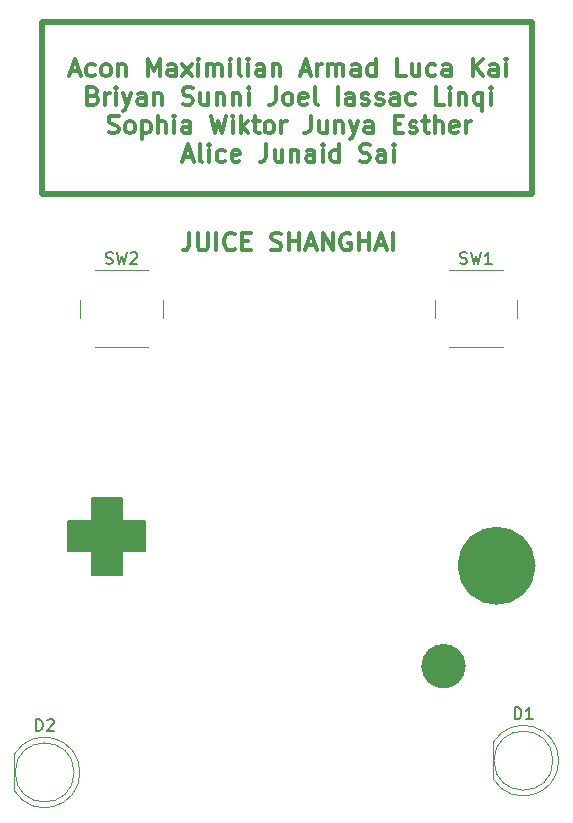
<source format=gbr>
%TF.GenerationSoftware,KiCad,Pcbnew,9.0.1*%
%TF.CreationDate,2025-04-08T04:17:53-04:00*%
%TF.ProjectId,juiceshanghai,6a756963-6573-4686-916e-676861692e6b,rev?*%
%TF.SameCoordinates,Original*%
%TF.FileFunction,Legend,Top*%
%TF.FilePolarity,Positive*%
%FSLAX46Y46*%
G04 Gerber Fmt 4.6, Leading zero omitted, Abs format (unit mm)*
G04 Created by KiCad (PCBNEW 9.0.1) date 2025-04-08 04:17:53*
%MOMM*%
%LPD*%
G01*
G04 APERTURE LIST*
%ADD10C,1.902776*%
%ADD11C,3.301562*%
%ADD12C,0.200000*%
%ADD13C,0.300000*%
%ADD14C,0.500000*%
%ADD15C,0.150000*%
%ADD16C,0.120000*%
G04 APERTURE END LIST*
D10*
X165451388Y-126500000D02*
G75*
G02*
X163548612Y-126500000I-951388J0D01*
G01*
X163548612Y-126500000D02*
G75*
G02*
X165451388Y-126500000I951388J0D01*
G01*
D11*
X170650781Y-118000000D02*
G75*
G02*
X167349219Y-118000000I-1650781J0D01*
G01*
X167349219Y-118000000D02*
G75*
G02*
X170650781Y-118000000I1650781J0D01*
G01*
D12*
X132750000Y-114250000D02*
X137250000Y-114250000D01*
X137250000Y-116750000D01*
X132750000Y-116750000D01*
X132750000Y-114250000D01*
G36*
X132750000Y-114250000D02*
G01*
X137250000Y-114250000D01*
X137250000Y-116750000D01*
X132750000Y-116750000D01*
X132750000Y-114250000D01*
G37*
X134750000Y-114250000D02*
X137250000Y-114250000D01*
X137250000Y-118750000D01*
X134750000Y-118750000D01*
X134750000Y-114250000D01*
G36*
X134750000Y-114250000D02*
G01*
X137250000Y-114250000D01*
X137250000Y-118750000D01*
X134750000Y-118750000D01*
X134750000Y-114250000D01*
G37*
X134750000Y-114250000D02*
X139250000Y-114250000D01*
X139250000Y-116750000D01*
X134750000Y-116750000D01*
X134750000Y-114250000D01*
G36*
X134750000Y-114250000D02*
G01*
X139250000Y-114250000D01*
X139250000Y-116750000D01*
X134750000Y-116750000D01*
X134750000Y-114250000D01*
G37*
X134750000Y-112250000D02*
X137250000Y-112250000D01*
X137250000Y-116750000D01*
X134750000Y-116750000D01*
X134750000Y-112250000D01*
G36*
X134750000Y-112250000D02*
G01*
X137250000Y-112250000D01*
X137250000Y-116750000D01*
X134750000Y-116750000D01*
X134750000Y-112250000D01*
G37*
D13*
X142983082Y-89800828D02*
X142983082Y-90872257D01*
X142983082Y-90872257D02*
X142911653Y-91086542D01*
X142911653Y-91086542D02*
X142768796Y-91229400D01*
X142768796Y-91229400D02*
X142554510Y-91300828D01*
X142554510Y-91300828D02*
X142411653Y-91300828D01*
X143697367Y-89800828D02*
X143697367Y-91015114D01*
X143697367Y-91015114D02*
X143768796Y-91157971D01*
X143768796Y-91157971D02*
X143840225Y-91229400D01*
X143840225Y-91229400D02*
X143983082Y-91300828D01*
X143983082Y-91300828D02*
X144268796Y-91300828D01*
X144268796Y-91300828D02*
X144411653Y-91229400D01*
X144411653Y-91229400D02*
X144483082Y-91157971D01*
X144483082Y-91157971D02*
X144554510Y-91015114D01*
X144554510Y-91015114D02*
X144554510Y-89800828D01*
X145268796Y-91300828D02*
X145268796Y-89800828D01*
X146840225Y-91157971D02*
X146768797Y-91229400D01*
X146768797Y-91229400D02*
X146554511Y-91300828D01*
X146554511Y-91300828D02*
X146411654Y-91300828D01*
X146411654Y-91300828D02*
X146197368Y-91229400D01*
X146197368Y-91229400D02*
X146054511Y-91086542D01*
X146054511Y-91086542D02*
X145983082Y-90943685D01*
X145983082Y-90943685D02*
X145911654Y-90657971D01*
X145911654Y-90657971D02*
X145911654Y-90443685D01*
X145911654Y-90443685D02*
X145983082Y-90157971D01*
X145983082Y-90157971D02*
X146054511Y-90015114D01*
X146054511Y-90015114D02*
X146197368Y-89872257D01*
X146197368Y-89872257D02*
X146411654Y-89800828D01*
X146411654Y-89800828D02*
X146554511Y-89800828D01*
X146554511Y-89800828D02*
X146768797Y-89872257D01*
X146768797Y-89872257D02*
X146840225Y-89943685D01*
X147483082Y-90515114D02*
X147983082Y-90515114D01*
X148197368Y-91300828D02*
X147483082Y-91300828D01*
X147483082Y-91300828D02*
X147483082Y-89800828D01*
X147483082Y-89800828D02*
X148197368Y-89800828D01*
X149911654Y-91229400D02*
X150125940Y-91300828D01*
X150125940Y-91300828D02*
X150483082Y-91300828D01*
X150483082Y-91300828D02*
X150625940Y-91229400D01*
X150625940Y-91229400D02*
X150697368Y-91157971D01*
X150697368Y-91157971D02*
X150768797Y-91015114D01*
X150768797Y-91015114D02*
X150768797Y-90872257D01*
X150768797Y-90872257D02*
X150697368Y-90729400D01*
X150697368Y-90729400D02*
X150625940Y-90657971D01*
X150625940Y-90657971D02*
X150483082Y-90586542D01*
X150483082Y-90586542D02*
X150197368Y-90515114D01*
X150197368Y-90515114D02*
X150054511Y-90443685D01*
X150054511Y-90443685D02*
X149983082Y-90372257D01*
X149983082Y-90372257D02*
X149911654Y-90229400D01*
X149911654Y-90229400D02*
X149911654Y-90086542D01*
X149911654Y-90086542D02*
X149983082Y-89943685D01*
X149983082Y-89943685D02*
X150054511Y-89872257D01*
X150054511Y-89872257D02*
X150197368Y-89800828D01*
X150197368Y-89800828D02*
X150554511Y-89800828D01*
X150554511Y-89800828D02*
X150768797Y-89872257D01*
X151411653Y-91300828D02*
X151411653Y-89800828D01*
X151411653Y-90515114D02*
X152268796Y-90515114D01*
X152268796Y-91300828D02*
X152268796Y-89800828D01*
X152911654Y-90872257D02*
X153625940Y-90872257D01*
X152768797Y-91300828D02*
X153268797Y-89800828D01*
X153268797Y-89800828D02*
X153768797Y-91300828D01*
X154268796Y-91300828D02*
X154268796Y-89800828D01*
X154268796Y-89800828D02*
X155125939Y-91300828D01*
X155125939Y-91300828D02*
X155125939Y-89800828D01*
X156625940Y-89872257D02*
X156483083Y-89800828D01*
X156483083Y-89800828D02*
X156268797Y-89800828D01*
X156268797Y-89800828D02*
X156054511Y-89872257D01*
X156054511Y-89872257D02*
X155911654Y-90015114D01*
X155911654Y-90015114D02*
X155840225Y-90157971D01*
X155840225Y-90157971D02*
X155768797Y-90443685D01*
X155768797Y-90443685D02*
X155768797Y-90657971D01*
X155768797Y-90657971D02*
X155840225Y-90943685D01*
X155840225Y-90943685D02*
X155911654Y-91086542D01*
X155911654Y-91086542D02*
X156054511Y-91229400D01*
X156054511Y-91229400D02*
X156268797Y-91300828D01*
X156268797Y-91300828D02*
X156411654Y-91300828D01*
X156411654Y-91300828D02*
X156625940Y-91229400D01*
X156625940Y-91229400D02*
X156697368Y-91157971D01*
X156697368Y-91157971D02*
X156697368Y-90657971D01*
X156697368Y-90657971D02*
X156411654Y-90657971D01*
X157340225Y-91300828D02*
X157340225Y-89800828D01*
X157340225Y-90515114D02*
X158197368Y-90515114D01*
X158197368Y-91300828D02*
X158197368Y-89800828D01*
X158840226Y-90872257D02*
X159554512Y-90872257D01*
X158697369Y-91300828D02*
X159197369Y-89800828D01*
X159197369Y-89800828D02*
X159697369Y-91300828D01*
X160197368Y-91300828D02*
X160197368Y-89800828D01*
D14*
X130500000Y-72000000D02*
X172000000Y-72000000D01*
X172000000Y-86500000D01*
X130500000Y-86500000D01*
X130500000Y-72000000D01*
D13*
X132964285Y-76127509D02*
X133678571Y-76127509D01*
X132821428Y-76556080D02*
X133321428Y-75056080D01*
X133321428Y-75056080D02*
X133821428Y-76556080D01*
X134964285Y-76484652D02*
X134821427Y-76556080D01*
X134821427Y-76556080D02*
X134535713Y-76556080D01*
X134535713Y-76556080D02*
X134392856Y-76484652D01*
X134392856Y-76484652D02*
X134321427Y-76413223D01*
X134321427Y-76413223D02*
X134249999Y-76270366D01*
X134249999Y-76270366D02*
X134249999Y-75841794D01*
X134249999Y-75841794D02*
X134321427Y-75698937D01*
X134321427Y-75698937D02*
X134392856Y-75627509D01*
X134392856Y-75627509D02*
X134535713Y-75556080D01*
X134535713Y-75556080D02*
X134821427Y-75556080D01*
X134821427Y-75556080D02*
X134964285Y-75627509D01*
X135821427Y-76556080D02*
X135678570Y-76484652D01*
X135678570Y-76484652D02*
X135607141Y-76413223D01*
X135607141Y-76413223D02*
X135535713Y-76270366D01*
X135535713Y-76270366D02*
X135535713Y-75841794D01*
X135535713Y-75841794D02*
X135607141Y-75698937D01*
X135607141Y-75698937D02*
X135678570Y-75627509D01*
X135678570Y-75627509D02*
X135821427Y-75556080D01*
X135821427Y-75556080D02*
X136035713Y-75556080D01*
X136035713Y-75556080D02*
X136178570Y-75627509D01*
X136178570Y-75627509D02*
X136249999Y-75698937D01*
X136249999Y-75698937D02*
X136321427Y-75841794D01*
X136321427Y-75841794D02*
X136321427Y-76270366D01*
X136321427Y-76270366D02*
X136249999Y-76413223D01*
X136249999Y-76413223D02*
X136178570Y-76484652D01*
X136178570Y-76484652D02*
X136035713Y-76556080D01*
X136035713Y-76556080D02*
X135821427Y-76556080D01*
X136964284Y-75556080D02*
X136964284Y-76556080D01*
X136964284Y-75698937D02*
X137035713Y-75627509D01*
X137035713Y-75627509D02*
X137178570Y-75556080D01*
X137178570Y-75556080D02*
X137392856Y-75556080D01*
X137392856Y-75556080D02*
X137535713Y-75627509D01*
X137535713Y-75627509D02*
X137607142Y-75770366D01*
X137607142Y-75770366D02*
X137607142Y-76556080D01*
X139464284Y-76556080D02*
X139464284Y-75056080D01*
X139464284Y-75056080D02*
X139964284Y-76127509D01*
X139964284Y-76127509D02*
X140464284Y-75056080D01*
X140464284Y-75056080D02*
X140464284Y-76556080D01*
X141821428Y-76556080D02*
X141821428Y-75770366D01*
X141821428Y-75770366D02*
X141749999Y-75627509D01*
X141749999Y-75627509D02*
X141607142Y-75556080D01*
X141607142Y-75556080D02*
X141321428Y-75556080D01*
X141321428Y-75556080D02*
X141178570Y-75627509D01*
X141821428Y-76484652D02*
X141678570Y-76556080D01*
X141678570Y-76556080D02*
X141321428Y-76556080D01*
X141321428Y-76556080D02*
X141178570Y-76484652D01*
X141178570Y-76484652D02*
X141107142Y-76341794D01*
X141107142Y-76341794D02*
X141107142Y-76198937D01*
X141107142Y-76198937D02*
X141178570Y-76056080D01*
X141178570Y-76056080D02*
X141321428Y-75984652D01*
X141321428Y-75984652D02*
X141678570Y-75984652D01*
X141678570Y-75984652D02*
X141821428Y-75913223D01*
X142392856Y-76556080D02*
X143178571Y-75556080D01*
X142392856Y-75556080D02*
X143178571Y-76556080D01*
X143749999Y-76556080D02*
X143749999Y-75556080D01*
X143749999Y-75056080D02*
X143678571Y-75127509D01*
X143678571Y-75127509D02*
X143749999Y-75198937D01*
X143749999Y-75198937D02*
X143821428Y-75127509D01*
X143821428Y-75127509D02*
X143749999Y-75056080D01*
X143749999Y-75056080D02*
X143749999Y-75198937D01*
X144464285Y-76556080D02*
X144464285Y-75556080D01*
X144464285Y-75698937D02*
X144535714Y-75627509D01*
X144535714Y-75627509D02*
X144678571Y-75556080D01*
X144678571Y-75556080D02*
X144892857Y-75556080D01*
X144892857Y-75556080D02*
X145035714Y-75627509D01*
X145035714Y-75627509D02*
X145107143Y-75770366D01*
X145107143Y-75770366D02*
X145107143Y-76556080D01*
X145107143Y-75770366D02*
X145178571Y-75627509D01*
X145178571Y-75627509D02*
X145321428Y-75556080D01*
X145321428Y-75556080D02*
X145535714Y-75556080D01*
X145535714Y-75556080D02*
X145678571Y-75627509D01*
X145678571Y-75627509D02*
X145750000Y-75770366D01*
X145750000Y-75770366D02*
X145750000Y-76556080D01*
X146464285Y-76556080D02*
X146464285Y-75556080D01*
X146464285Y-75056080D02*
X146392857Y-75127509D01*
X146392857Y-75127509D02*
X146464285Y-75198937D01*
X146464285Y-75198937D02*
X146535714Y-75127509D01*
X146535714Y-75127509D02*
X146464285Y-75056080D01*
X146464285Y-75056080D02*
X146464285Y-75198937D01*
X147392857Y-76556080D02*
X147250000Y-76484652D01*
X147250000Y-76484652D02*
X147178571Y-76341794D01*
X147178571Y-76341794D02*
X147178571Y-75056080D01*
X147964285Y-76556080D02*
X147964285Y-75556080D01*
X147964285Y-75056080D02*
X147892857Y-75127509D01*
X147892857Y-75127509D02*
X147964285Y-75198937D01*
X147964285Y-75198937D02*
X148035714Y-75127509D01*
X148035714Y-75127509D02*
X147964285Y-75056080D01*
X147964285Y-75056080D02*
X147964285Y-75198937D01*
X149321429Y-76556080D02*
X149321429Y-75770366D01*
X149321429Y-75770366D02*
X149250000Y-75627509D01*
X149250000Y-75627509D02*
X149107143Y-75556080D01*
X149107143Y-75556080D02*
X148821429Y-75556080D01*
X148821429Y-75556080D02*
X148678571Y-75627509D01*
X149321429Y-76484652D02*
X149178571Y-76556080D01*
X149178571Y-76556080D02*
X148821429Y-76556080D01*
X148821429Y-76556080D02*
X148678571Y-76484652D01*
X148678571Y-76484652D02*
X148607143Y-76341794D01*
X148607143Y-76341794D02*
X148607143Y-76198937D01*
X148607143Y-76198937D02*
X148678571Y-76056080D01*
X148678571Y-76056080D02*
X148821429Y-75984652D01*
X148821429Y-75984652D02*
X149178571Y-75984652D01*
X149178571Y-75984652D02*
X149321429Y-75913223D01*
X150035714Y-75556080D02*
X150035714Y-76556080D01*
X150035714Y-75698937D02*
X150107143Y-75627509D01*
X150107143Y-75627509D02*
X150250000Y-75556080D01*
X150250000Y-75556080D02*
X150464286Y-75556080D01*
X150464286Y-75556080D02*
X150607143Y-75627509D01*
X150607143Y-75627509D02*
X150678572Y-75770366D01*
X150678572Y-75770366D02*
X150678572Y-76556080D01*
X152464286Y-76127509D02*
X153178572Y-76127509D01*
X152321429Y-76556080D02*
X152821429Y-75056080D01*
X152821429Y-75056080D02*
X153321429Y-76556080D01*
X153821428Y-76556080D02*
X153821428Y-75556080D01*
X153821428Y-75841794D02*
X153892857Y-75698937D01*
X153892857Y-75698937D02*
X153964286Y-75627509D01*
X153964286Y-75627509D02*
X154107143Y-75556080D01*
X154107143Y-75556080D02*
X154250000Y-75556080D01*
X154749999Y-76556080D02*
X154749999Y-75556080D01*
X154749999Y-75698937D02*
X154821428Y-75627509D01*
X154821428Y-75627509D02*
X154964285Y-75556080D01*
X154964285Y-75556080D02*
X155178571Y-75556080D01*
X155178571Y-75556080D02*
X155321428Y-75627509D01*
X155321428Y-75627509D02*
X155392857Y-75770366D01*
X155392857Y-75770366D02*
X155392857Y-76556080D01*
X155392857Y-75770366D02*
X155464285Y-75627509D01*
X155464285Y-75627509D02*
X155607142Y-75556080D01*
X155607142Y-75556080D02*
X155821428Y-75556080D01*
X155821428Y-75556080D02*
X155964285Y-75627509D01*
X155964285Y-75627509D02*
X156035714Y-75770366D01*
X156035714Y-75770366D02*
X156035714Y-76556080D01*
X157392857Y-76556080D02*
X157392857Y-75770366D01*
X157392857Y-75770366D02*
X157321428Y-75627509D01*
X157321428Y-75627509D02*
X157178571Y-75556080D01*
X157178571Y-75556080D02*
X156892857Y-75556080D01*
X156892857Y-75556080D02*
X156749999Y-75627509D01*
X157392857Y-76484652D02*
X157249999Y-76556080D01*
X157249999Y-76556080D02*
X156892857Y-76556080D01*
X156892857Y-76556080D02*
X156749999Y-76484652D01*
X156749999Y-76484652D02*
X156678571Y-76341794D01*
X156678571Y-76341794D02*
X156678571Y-76198937D01*
X156678571Y-76198937D02*
X156749999Y-76056080D01*
X156749999Y-76056080D02*
X156892857Y-75984652D01*
X156892857Y-75984652D02*
X157249999Y-75984652D01*
X157249999Y-75984652D02*
X157392857Y-75913223D01*
X158750000Y-76556080D02*
X158750000Y-75056080D01*
X158750000Y-76484652D02*
X158607142Y-76556080D01*
X158607142Y-76556080D02*
X158321428Y-76556080D01*
X158321428Y-76556080D02*
X158178571Y-76484652D01*
X158178571Y-76484652D02*
X158107142Y-76413223D01*
X158107142Y-76413223D02*
X158035714Y-76270366D01*
X158035714Y-76270366D02*
X158035714Y-75841794D01*
X158035714Y-75841794D02*
X158107142Y-75698937D01*
X158107142Y-75698937D02*
X158178571Y-75627509D01*
X158178571Y-75627509D02*
X158321428Y-75556080D01*
X158321428Y-75556080D02*
X158607142Y-75556080D01*
X158607142Y-75556080D02*
X158750000Y-75627509D01*
X161321428Y-76556080D02*
X160607142Y-76556080D01*
X160607142Y-76556080D02*
X160607142Y-75056080D01*
X162464286Y-75556080D02*
X162464286Y-76556080D01*
X161821428Y-75556080D02*
X161821428Y-76341794D01*
X161821428Y-76341794D02*
X161892857Y-76484652D01*
X161892857Y-76484652D02*
X162035714Y-76556080D01*
X162035714Y-76556080D02*
X162250000Y-76556080D01*
X162250000Y-76556080D02*
X162392857Y-76484652D01*
X162392857Y-76484652D02*
X162464286Y-76413223D01*
X163821429Y-76484652D02*
X163678571Y-76556080D01*
X163678571Y-76556080D02*
X163392857Y-76556080D01*
X163392857Y-76556080D02*
X163250000Y-76484652D01*
X163250000Y-76484652D02*
X163178571Y-76413223D01*
X163178571Y-76413223D02*
X163107143Y-76270366D01*
X163107143Y-76270366D02*
X163107143Y-75841794D01*
X163107143Y-75841794D02*
X163178571Y-75698937D01*
X163178571Y-75698937D02*
X163250000Y-75627509D01*
X163250000Y-75627509D02*
X163392857Y-75556080D01*
X163392857Y-75556080D02*
X163678571Y-75556080D01*
X163678571Y-75556080D02*
X163821429Y-75627509D01*
X165107143Y-76556080D02*
X165107143Y-75770366D01*
X165107143Y-75770366D02*
X165035714Y-75627509D01*
X165035714Y-75627509D02*
X164892857Y-75556080D01*
X164892857Y-75556080D02*
X164607143Y-75556080D01*
X164607143Y-75556080D02*
X164464285Y-75627509D01*
X165107143Y-76484652D02*
X164964285Y-76556080D01*
X164964285Y-76556080D02*
X164607143Y-76556080D01*
X164607143Y-76556080D02*
X164464285Y-76484652D01*
X164464285Y-76484652D02*
X164392857Y-76341794D01*
X164392857Y-76341794D02*
X164392857Y-76198937D01*
X164392857Y-76198937D02*
X164464285Y-76056080D01*
X164464285Y-76056080D02*
X164607143Y-75984652D01*
X164607143Y-75984652D02*
X164964285Y-75984652D01*
X164964285Y-75984652D02*
X165107143Y-75913223D01*
X166964285Y-76556080D02*
X166964285Y-75056080D01*
X167821428Y-76556080D02*
X167178571Y-75698937D01*
X167821428Y-75056080D02*
X166964285Y-75913223D01*
X169107143Y-76556080D02*
X169107143Y-75770366D01*
X169107143Y-75770366D02*
X169035714Y-75627509D01*
X169035714Y-75627509D02*
X168892857Y-75556080D01*
X168892857Y-75556080D02*
X168607143Y-75556080D01*
X168607143Y-75556080D02*
X168464285Y-75627509D01*
X169107143Y-76484652D02*
X168964285Y-76556080D01*
X168964285Y-76556080D02*
X168607143Y-76556080D01*
X168607143Y-76556080D02*
X168464285Y-76484652D01*
X168464285Y-76484652D02*
X168392857Y-76341794D01*
X168392857Y-76341794D02*
X168392857Y-76198937D01*
X168392857Y-76198937D02*
X168464285Y-76056080D01*
X168464285Y-76056080D02*
X168607143Y-75984652D01*
X168607143Y-75984652D02*
X168964285Y-75984652D01*
X168964285Y-75984652D02*
X169107143Y-75913223D01*
X169821428Y-76556080D02*
X169821428Y-75556080D01*
X169821428Y-75056080D02*
X169750000Y-75127509D01*
X169750000Y-75127509D02*
X169821428Y-75198937D01*
X169821428Y-75198937D02*
X169892857Y-75127509D01*
X169892857Y-75127509D02*
X169821428Y-75056080D01*
X169821428Y-75056080D02*
X169821428Y-75198937D01*
X134857142Y-78185282D02*
X135071428Y-78256710D01*
X135071428Y-78256710D02*
X135142857Y-78328139D01*
X135142857Y-78328139D02*
X135214285Y-78470996D01*
X135214285Y-78470996D02*
X135214285Y-78685282D01*
X135214285Y-78685282D02*
X135142857Y-78828139D01*
X135142857Y-78828139D02*
X135071428Y-78899568D01*
X135071428Y-78899568D02*
X134928571Y-78970996D01*
X134928571Y-78970996D02*
X134357142Y-78970996D01*
X134357142Y-78970996D02*
X134357142Y-77470996D01*
X134357142Y-77470996D02*
X134857142Y-77470996D01*
X134857142Y-77470996D02*
X135000000Y-77542425D01*
X135000000Y-77542425D02*
X135071428Y-77613853D01*
X135071428Y-77613853D02*
X135142857Y-77756710D01*
X135142857Y-77756710D02*
X135142857Y-77899568D01*
X135142857Y-77899568D02*
X135071428Y-78042425D01*
X135071428Y-78042425D02*
X135000000Y-78113853D01*
X135000000Y-78113853D02*
X134857142Y-78185282D01*
X134857142Y-78185282D02*
X134357142Y-78185282D01*
X135857142Y-78970996D02*
X135857142Y-77970996D01*
X135857142Y-78256710D02*
X135928571Y-78113853D01*
X135928571Y-78113853D02*
X136000000Y-78042425D01*
X136000000Y-78042425D02*
X136142857Y-77970996D01*
X136142857Y-77970996D02*
X136285714Y-77970996D01*
X136785713Y-78970996D02*
X136785713Y-77970996D01*
X136785713Y-77470996D02*
X136714285Y-77542425D01*
X136714285Y-77542425D02*
X136785713Y-77613853D01*
X136785713Y-77613853D02*
X136857142Y-77542425D01*
X136857142Y-77542425D02*
X136785713Y-77470996D01*
X136785713Y-77470996D02*
X136785713Y-77613853D01*
X137357142Y-77970996D02*
X137714285Y-78970996D01*
X138071428Y-77970996D02*
X137714285Y-78970996D01*
X137714285Y-78970996D02*
X137571428Y-79328139D01*
X137571428Y-79328139D02*
X137499999Y-79399568D01*
X137499999Y-79399568D02*
X137357142Y-79470996D01*
X139285714Y-78970996D02*
X139285714Y-78185282D01*
X139285714Y-78185282D02*
X139214285Y-78042425D01*
X139214285Y-78042425D02*
X139071428Y-77970996D01*
X139071428Y-77970996D02*
X138785714Y-77970996D01*
X138785714Y-77970996D02*
X138642856Y-78042425D01*
X139285714Y-78899568D02*
X139142856Y-78970996D01*
X139142856Y-78970996D02*
X138785714Y-78970996D01*
X138785714Y-78970996D02*
X138642856Y-78899568D01*
X138642856Y-78899568D02*
X138571428Y-78756710D01*
X138571428Y-78756710D02*
X138571428Y-78613853D01*
X138571428Y-78613853D02*
X138642856Y-78470996D01*
X138642856Y-78470996D02*
X138785714Y-78399568D01*
X138785714Y-78399568D02*
X139142856Y-78399568D01*
X139142856Y-78399568D02*
X139285714Y-78328139D01*
X139999999Y-77970996D02*
X139999999Y-78970996D01*
X139999999Y-78113853D02*
X140071428Y-78042425D01*
X140071428Y-78042425D02*
X140214285Y-77970996D01*
X140214285Y-77970996D02*
X140428571Y-77970996D01*
X140428571Y-77970996D02*
X140571428Y-78042425D01*
X140571428Y-78042425D02*
X140642857Y-78185282D01*
X140642857Y-78185282D02*
X140642857Y-78970996D01*
X142428571Y-78899568D02*
X142642857Y-78970996D01*
X142642857Y-78970996D02*
X142999999Y-78970996D01*
X142999999Y-78970996D02*
X143142857Y-78899568D01*
X143142857Y-78899568D02*
X143214285Y-78828139D01*
X143214285Y-78828139D02*
X143285714Y-78685282D01*
X143285714Y-78685282D02*
X143285714Y-78542425D01*
X143285714Y-78542425D02*
X143214285Y-78399568D01*
X143214285Y-78399568D02*
X143142857Y-78328139D01*
X143142857Y-78328139D02*
X142999999Y-78256710D01*
X142999999Y-78256710D02*
X142714285Y-78185282D01*
X142714285Y-78185282D02*
X142571428Y-78113853D01*
X142571428Y-78113853D02*
X142499999Y-78042425D01*
X142499999Y-78042425D02*
X142428571Y-77899568D01*
X142428571Y-77899568D02*
X142428571Y-77756710D01*
X142428571Y-77756710D02*
X142499999Y-77613853D01*
X142499999Y-77613853D02*
X142571428Y-77542425D01*
X142571428Y-77542425D02*
X142714285Y-77470996D01*
X142714285Y-77470996D02*
X143071428Y-77470996D01*
X143071428Y-77470996D02*
X143285714Y-77542425D01*
X144571428Y-77970996D02*
X144571428Y-78970996D01*
X143928570Y-77970996D02*
X143928570Y-78756710D01*
X143928570Y-78756710D02*
X143999999Y-78899568D01*
X143999999Y-78899568D02*
X144142856Y-78970996D01*
X144142856Y-78970996D02*
X144357142Y-78970996D01*
X144357142Y-78970996D02*
X144499999Y-78899568D01*
X144499999Y-78899568D02*
X144571428Y-78828139D01*
X145285713Y-77970996D02*
X145285713Y-78970996D01*
X145285713Y-78113853D02*
X145357142Y-78042425D01*
X145357142Y-78042425D02*
X145499999Y-77970996D01*
X145499999Y-77970996D02*
X145714285Y-77970996D01*
X145714285Y-77970996D02*
X145857142Y-78042425D01*
X145857142Y-78042425D02*
X145928571Y-78185282D01*
X145928571Y-78185282D02*
X145928571Y-78970996D01*
X146642856Y-77970996D02*
X146642856Y-78970996D01*
X146642856Y-78113853D02*
X146714285Y-78042425D01*
X146714285Y-78042425D02*
X146857142Y-77970996D01*
X146857142Y-77970996D02*
X147071428Y-77970996D01*
X147071428Y-77970996D02*
X147214285Y-78042425D01*
X147214285Y-78042425D02*
X147285714Y-78185282D01*
X147285714Y-78185282D02*
X147285714Y-78970996D01*
X147999999Y-78970996D02*
X147999999Y-77970996D01*
X147999999Y-77470996D02*
X147928571Y-77542425D01*
X147928571Y-77542425D02*
X147999999Y-77613853D01*
X147999999Y-77613853D02*
X148071428Y-77542425D01*
X148071428Y-77542425D02*
X147999999Y-77470996D01*
X147999999Y-77470996D02*
X147999999Y-77613853D01*
X150285714Y-77470996D02*
X150285714Y-78542425D01*
X150285714Y-78542425D02*
X150214285Y-78756710D01*
X150214285Y-78756710D02*
X150071428Y-78899568D01*
X150071428Y-78899568D02*
X149857142Y-78970996D01*
X149857142Y-78970996D02*
X149714285Y-78970996D01*
X151214285Y-78970996D02*
X151071428Y-78899568D01*
X151071428Y-78899568D02*
X150999999Y-78828139D01*
X150999999Y-78828139D02*
X150928571Y-78685282D01*
X150928571Y-78685282D02*
X150928571Y-78256710D01*
X150928571Y-78256710D02*
X150999999Y-78113853D01*
X150999999Y-78113853D02*
X151071428Y-78042425D01*
X151071428Y-78042425D02*
X151214285Y-77970996D01*
X151214285Y-77970996D02*
X151428571Y-77970996D01*
X151428571Y-77970996D02*
X151571428Y-78042425D01*
X151571428Y-78042425D02*
X151642857Y-78113853D01*
X151642857Y-78113853D02*
X151714285Y-78256710D01*
X151714285Y-78256710D02*
X151714285Y-78685282D01*
X151714285Y-78685282D02*
X151642857Y-78828139D01*
X151642857Y-78828139D02*
X151571428Y-78899568D01*
X151571428Y-78899568D02*
X151428571Y-78970996D01*
X151428571Y-78970996D02*
X151214285Y-78970996D01*
X152928571Y-78899568D02*
X152785714Y-78970996D01*
X152785714Y-78970996D02*
X152500000Y-78970996D01*
X152500000Y-78970996D02*
X152357142Y-78899568D01*
X152357142Y-78899568D02*
X152285714Y-78756710D01*
X152285714Y-78756710D02*
X152285714Y-78185282D01*
X152285714Y-78185282D02*
X152357142Y-78042425D01*
X152357142Y-78042425D02*
X152500000Y-77970996D01*
X152500000Y-77970996D02*
X152785714Y-77970996D01*
X152785714Y-77970996D02*
X152928571Y-78042425D01*
X152928571Y-78042425D02*
X153000000Y-78185282D01*
X153000000Y-78185282D02*
X153000000Y-78328139D01*
X153000000Y-78328139D02*
X152285714Y-78470996D01*
X153857142Y-78970996D02*
X153714285Y-78899568D01*
X153714285Y-78899568D02*
X153642856Y-78756710D01*
X153642856Y-78756710D02*
X153642856Y-77470996D01*
X155571427Y-78970996D02*
X155571427Y-77470996D01*
X156928571Y-78970996D02*
X156928571Y-78185282D01*
X156928571Y-78185282D02*
X156857142Y-78042425D01*
X156857142Y-78042425D02*
X156714285Y-77970996D01*
X156714285Y-77970996D02*
X156428571Y-77970996D01*
X156428571Y-77970996D02*
X156285713Y-78042425D01*
X156928571Y-78899568D02*
X156785713Y-78970996D01*
X156785713Y-78970996D02*
X156428571Y-78970996D01*
X156428571Y-78970996D02*
X156285713Y-78899568D01*
X156285713Y-78899568D02*
X156214285Y-78756710D01*
X156214285Y-78756710D02*
X156214285Y-78613853D01*
X156214285Y-78613853D02*
X156285713Y-78470996D01*
X156285713Y-78470996D02*
X156428571Y-78399568D01*
X156428571Y-78399568D02*
X156785713Y-78399568D01*
X156785713Y-78399568D02*
X156928571Y-78328139D01*
X157571428Y-78899568D02*
X157714285Y-78970996D01*
X157714285Y-78970996D02*
X157999999Y-78970996D01*
X157999999Y-78970996D02*
X158142856Y-78899568D01*
X158142856Y-78899568D02*
X158214285Y-78756710D01*
X158214285Y-78756710D02*
X158214285Y-78685282D01*
X158214285Y-78685282D02*
X158142856Y-78542425D01*
X158142856Y-78542425D02*
X157999999Y-78470996D01*
X157999999Y-78470996D02*
X157785714Y-78470996D01*
X157785714Y-78470996D02*
X157642856Y-78399568D01*
X157642856Y-78399568D02*
X157571428Y-78256710D01*
X157571428Y-78256710D02*
X157571428Y-78185282D01*
X157571428Y-78185282D02*
X157642856Y-78042425D01*
X157642856Y-78042425D02*
X157785714Y-77970996D01*
X157785714Y-77970996D02*
X157999999Y-77970996D01*
X157999999Y-77970996D02*
X158142856Y-78042425D01*
X158785714Y-78899568D02*
X158928571Y-78970996D01*
X158928571Y-78970996D02*
X159214285Y-78970996D01*
X159214285Y-78970996D02*
X159357142Y-78899568D01*
X159357142Y-78899568D02*
X159428571Y-78756710D01*
X159428571Y-78756710D02*
X159428571Y-78685282D01*
X159428571Y-78685282D02*
X159357142Y-78542425D01*
X159357142Y-78542425D02*
X159214285Y-78470996D01*
X159214285Y-78470996D02*
X159000000Y-78470996D01*
X159000000Y-78470996D02*
X158857142Y-78399568D01*
X158857142Y-78399568D02*
X158785714Y-78256710D01*
X158785714Y-78256710D02*
X158785714Y-78185282D01*
X158785714Y-78185282D02*
X158857142Y-78042425D01*
X158857142Y-78042425D02*
X159000000Y-77970996D01*
X159000000Y-77970996D02*
X159214285Y-77970996D01*
X159214285Y-77970996D02*
X159357142Y-78042425D01*
X160714286Y-78970996D02*
X160714286Y-78185282D01*
X160714286Y-78185282D02*
X160642857Y-78042425D01*
X160642857Y-78042425D02*
X160500000Y-77970996D01*
X160500000Y-77970996D02*
X160214286Y-77970996D01*
X160214286Y-77970996D02*
X160071428Y-78042425D01*
X160714286Y-78899568D02*
X160571428Y-78970996D01*
X160571428Y-78970996D02*
X160214286Y-78970996D01*
X160214286Y-78970996D02*
X160071428Y-78899568D01*
X160071428Y-78899568D02*
X160000000Y-78756710D01*
X160000000Y-78756710D02*
X160000000Y-78613853D01*
X160000000Y-78613853D02*
X160071428Y-78470996D01*
X160071428Y-78470996D02*
X160214286Y-78399568D01*
X160214286Y-78399568D02*
X160571428Y-78399568D01*
X160571428Y-78399568D02*
X160714286Y-78328139D01*
X162071429Y-78899568D02*
X161928571Y-78970996D01*
X161928571Y-78970996D02*
X161642857Y-78970996D01*
X161642857Y-78970996D02*
X161500000Y-78899568D01*
X161500000Y-78899568D02*
X161428571Y-78828139D01*
X161428571Y-78828139D02*
X161357143Y-78685282D01*
X161357143Y-78685282D02*
X161357143Y-78256710D01*
X161357143Y-78256710D02*
X161428571Y-78113853D01*
X161428571Y-78113853D02*
X161500000Y-78042425D01*
X161500000Y-78042425D02*
X161642857Y-77970996D01*
X161642857Y-77970996D02*
X161928571Y-77970996D01*
X161928571Y-77970996D02*
X162071429Y-78042425D01*
X164571428Y-78970996D02*
X163857142Y-78970996D01*
X163857142Y-78970996D02*
X163857142Y-77470996D01*
X165071428Y-78970996D02*
X165071428Y-77970996D01*
X165071428Y-77470996D02*
X165000000Y-77542425D01*
X165000000Y-77542425D02*
X165071428Y-77613853D01*
X165071428Y-77613853D02*
X165142857Y-77542425D01*
X165142857Y-77542425D02*
X165071428Y-77470996D01*
X165071428Y-77470996D02*
X165071428Y-77613853D01*
X165785714Y-77970996D02*
X165785714Y-78970996D01*
X165785714Y-78113853D02*
X165857143Y-78042425D01*
X165857143Y-78042425D02*
X166000000Y-77970996D01*
X166000000Y-77970996D02*
X166214286Y-77970996D01*
X166214286Y-77970996D02*
X166357143Y-78042425D01*
X166357143Y-78042425D02*
X166428572Y-78185282D01*
X166428572Y-78185282D02*
X166428572Y-78970996D01*
X167785715Y-77970996D02*
X167785715Y-79470996D01*
X167785715Y-78899568D02*
X167642857Y-78970996D01*
X167642857Y-78970996D02*
X167357143Y-78970996D01*
X167357143Y-78970996D02*
X167214286Y-78899568D01*
X167214286Y-78899568D02*
X167142857Y-78828139D01*
X167142857Y-78828139D02*
X167071429Y-78685282D01*
X167071429Y-78685282D02*
X167071429Y-78256710D01*
X167071429Y-78256710D02*
X167142857Y-78113853D01*
X167142857Y-78113853D02*
X167214286Y-78042425D01*
X167214286Y-78042425D02*
X167357143Y-77970996D01*
X167357143Y-77970996D02*
X167642857Y-77970996D01*
X167642857Y-77970996D02*
X167785715Y-78042425D01*
X168500000Y-78970996D02*
X168500000Y-77970996D01*
X168500000Y-77470996D02*
X168428572Y-77542425D01*
X168428572Y-77542425D02*
X168500000Y-77613853D01*
X168500000Y-77613853D02*
X168571429Y-77542425D01*
X168571429Y-77542425D02*
X168500000Y-77470996D01*
X168500000Y-77470996D02*
X168500000Y-77613853D01*
X136142857Y-81314484D02*
X136357143Y-81385912D01*
X136357143Y-81385912D02*
X136714285Y-81385912D01*
X136714285Y-81385912D02*
X136857143Y-81314484D01*
X136857143Y-81314484D02*
X136928571Y-81243055D01*
X136928571Y-81243055D02*
X137000000Y-81100198D01*
X137000000Y-81100198D02*
X137000000Y-80957341D01*
X137000000Y-80957341D02*
X136928571Y-80814484D01*
X136928571Y-80814484D02*
X136857143Y-80743055D01*
X136857143Y-80743055D02*
X136714285Y-80671626D01*
X136714285Y-80671626D02*
X136428571Y-80600198D01*
X136428571Y-80600198D02*
X136285714Y-80528769D01*
X136285714Y-80528769D02*
X136214285Y-80457341D01*
X136214285Y-80457341D02*
X136142857Y-80314484D01*
X136142857Y-80314484D02*
X136142857Y-80171626D01*
X136142857Y-80171626D02*
X136214285Y-80028769D01*
X136214285Y-80028769D02*
X136285714Y-79957341D01*
X136285714Y-79957341D02*
X136428571Y-79885912D01*
X136428571Y-79885912D02*
X136785714Y-79885912D01*
X136785714Y-79885912D02*
X137000000Y-79957341D01*
X137857142Y-81385912D02*
X137714285Y-81314484D01*
X137714285Y-81314484D02*
X137642856Y-81243055D01*
X137642856Y-81243055D02*
X137571428Y-81100198D01*
X137571428Y-81100198D02*
X137571428Y-80671626D01*
X137571428Y-80671626D02*
X137642856Y-80528769D01*
X137642856Y-80528769D02*
X137714285Y-80457341D01*
X137714285Y-80457341D02*
X137857142Y-80385912D01*
X137857142Y-80385912D02*
X138071428Y-80385912D01*
X138071428Y-80385912D02*
X138214285Y-80457341D01*
X138214285Y-80457341D02*
X138285714Y-80528769D01*
X138285714Y-80528769D02*
X138357142Y-80671626D01*
X138357142Y-80671626D02*
X138357142Y-81100198D01*
X138357142Y-81100198D02*
X138285714Y-81243055D01*
X138285714Y-81243055D02*
X138214285Y-81314484D01*
X138214285Y-81314484D02*
X138071428Y-81385912D01*
X138071428Y-81385912D02*
X137857142Y-81385912D01*
X138999999Y-80385912D02*
X138999999Y-81885912D01*
X138999999Y-80457341D02*
X139142857Y-80385912D01*
X139142857Y-80385912D02*
X139428571Y-80385912D01*
X139428571Y-80385912D02*
X139571428Y-80457341D01*
X139571428Y-80457341D02*
X139642857Y-80528769D01*
X139642857Y-80528769D02*
X139714285Y-80671626D01*
X139714285Y-80671626D02*
X139714285Y-81100198D01*
X139714285Y-81100198D02*
X139642857Y-81243055D01*
X139642857Y-81243055D02*
X139571428Y-81314484D01*
X139571428Y-81314484D02*
X139428571Y-81385912D01*
X139428571Y-81385912D02*
X139142857Y-81385912D01*
X139142857Y-81385912D02*
X138999999Y-81314484D01*
X140357142Y-81385912D02*
X140357142Y-79885912D01*
X141000000Y-81385912D02*
X141000000Y-80600198D01*
X141000000Y-80600198D02*
X140928571Y-80457341D01*
X140928571Y-80457341D02*
X140785714Y-80385912D01*
X140785714Y-80385912D02*
X140571428Y-80385912D01*
X140571428Y-80385912D02*
X140428571Y-80457341D01*
X140428571Y-80457341D02*
X140357142Y-80528769D01*
X141714285Y-81385912D02*
X141714285Y-80385912D01*
X141714285Y-79885912D02*
X141642857Y-79957341D01*
X141642857Y-79957341D02*
X141714285Y-80028769D01*
X141714285Y-80028769D02*
X141785714Y-79957341D01*
X141785714Y-79957341D02*
X141714285Y-79885912D01*
X141714285Y-79885912D02*
X141714285Y-80028769D01*
X143071429Y-81385912D02*
X143071429Y-80600198D01*
X143071429Y-80600198D02*
X143000000Y-80457341D01*
X143000000Y-80457341D02*
X142857143Y-80385912D01*
X142857143Y-80385912D02*
X142571429Y-80385912D01*
X142571429Y-80385912D02*
X142428571Y-80457341D01*
X143071429Y-81314484D02*
X142928571Y-81385912D01*
X142928571Y-81385912D02*
X142571429Y-81385912D01*
X142571429Y-81385912D02*
X142428571Y-81314484D01*
X142428571Y-81314484D02*
X142357143Y-81171626D01*
X142357143Y-81171626D02*
X142357143Y-81028769D01*
X142357143Y-81028769D02*
X142428571Y-80885912D01*
X142428571Y-80885912D02*
X142571429Y-80814484D01*
X142571429Y-80814484D02*
X142928571Y-80814484D01*
X142928571Y-80814484D02*
X143071429Y-80743055D01*
X144785714Y-79885912D02*
X145142857Y-81385912D01*
X145142857Y-81385912D02*
X145428571Y-80314484D01*
X145428571Y-80314484D02*
X145714286Y-81385912D01*
X145714286Y-81385912D02*
X146071429Y-79885912D01*
X146642857Y-81385912D02*
X146642857Y-80385912D01*
X146642857Y-79885912D02*
X146571429Y-79957341D01*
X146571429Y-79957341D02*
X146642857Y-80028769D01*
X146642857Y-80028769D02*
X146714286Y-79957341D01*
X146714286Y-79957341D02*
X146642857Y-79885912D01*
X146642857Y-79885912D02*
X146642857Y-80028769D01*
X147357143Y-81385912D02*
X147357143Y-79885912D01*
X147500001Y-80814484D02*
X147928572Y-81385912D01*
X147928572Y-80385912D02*
X147357143Y-80957341D01*
X148357144Y-80385912D02*
X148928572Y-80385912D01*
X148571429Y-79885912D02*
X148571429Y-81171626D01*
X148571429Y-81171626D02*
X148642858Y-81314484D01*
X148642858Y-81314484D02*
X148785715Y-81385912D01*
X148785715Y-81385912D02*
X148928572Y-81385912D01*
X149642858Y-81385912D02*
X149500001Y-81314484D01*
X149500001Y-81314484D02*
X149428572Y-81243055D01*
X149428572Y-81243055D02*
X149357144Y-81100198D01*
X149357144Y-81100198D02*
X149357144Y-80671626D01*
X149357144Y-80671626D02*
X149428572Y-80528769D01*
X149428572Y-80528769D02*
X149500001Y-80457341D01*
X149500001Y-80457341D02*
X149642858Y-80385912D01*
X149642858Y-80385912D02*
X149857144Y-80385912D01*
X149857144Y-80385912D02*
X150000001Y-80457341D01*
X150000001Y-80457341D02*
X150071430Y-80528769D01*
X150071430Y-80528769D02*
X150142858Y-80671626D01*
X150142858Y-80671626D02*
X150142858Y-81100198D01*
X150142858Y-81100198D02*
X150071430Y-81243055D01*
X150071430Y-81243055D02*
X150000001Y-81314484D01*
X150000001Y-81314484D02*
X149857144Y-81385912D01*
X149857144Y-81385912D02*
X149642858Y-81385912D01*
X150785715Y-81385912D02*
X150785715Y-80385912D01*
X150785715Y-80671626D02*
X150857144Y-80528769D01*
X150857144Y-80528769D02*
X150928573Y-80457341D01*
X150928573Y-80457341D02*
X151071430Y-80385912D01*
X151071430Y-80385912D02*
X151214287Y-80385912D01*
X153285715Y-79885912D02*
X153285715Y-80957341D01*
X153285715Y-80957341D02*
X153214286Y-81171626D01*
X153214286Y-81171626D02*
X153071429Y-81314484D01*
X153071429Y-81314484D02*
X152857143Y-81385912D01*
X152857143Y-81385912D02*
X152714286Y-81385912D01*
X154642858Y-80385912D02*
X154642858Y-81385912D01*
X154000000Y-80385912D02*
X154000000Y-81171626D01*
X154000000Y-81171626D02*
X154071429Y-81314484D01*
X154071429Y-81314484D02*
X154214286Y-81385912D01*
X154214286Y-81385912D02*
X154428572Y-81385912D01*
X154428572Y-81385912D02*
X154571429Y-81314484D01*
X154571429Y-81314484D02*
X154642858Y-81243055D01*
X155357143Y-80385912D02*
X155357143Y-81385912D01*
X155357143Y-80528769D02*
X155428572Y-80457341D01*
X155428572Y-80457341D02*
X155571429Y-80385912D01*
X155571429Y-80385912D02*
X155785715Y-80385912D01*
X155785715Y-80385912D02*
X155928572Y-80457341D01*
X155928572Y-80457341D02*
X156000001Y-80600198D01*
X156000001Y-80600198D02*
X156000001Y-81385912D01*
X156571429Y-80385912D02*
X156928572Y-81385912D01*
X157285715Y-80385912D02*
X156928572Y-81385912D01*
X156928572Y-81385912D02*
X156785715Y-81743055D01*
X156785715Y-81743055D02*
X156714286Y-81814484D01*
X156714286Y-81814484D02*
X156571429Y-81885912D01*
X158500001Y-81385912D02*
X158500001Y-80600198D01*
X158500001Y-80600198D02*
X158428572Y-80457341D01*
X158428572Y-80457341D02*
X158285715Y-80385912D01*
X158285715Y-80385912D02*
X158000001Y-80385912D01*
X158000001Y-80385912D02*
X157857143Y-80457341D01*
X158500001Y-81314484D02*
X158357143Y-81385912D01*
X158357143Y-81385912D02*
X158000001Y-81385912D01*
X158000001Y-81385912D02*
X157857143Y-81314484D01*
X157857143Y-81314484D02*
X157785715Y-81171626D01*
X157785715Y-81171626D02*
X157785715Y-81028769D01*
X157785715Y-81028769D02*
X157857143Y-80885912D01*
X157857143Y-80885912D02*
X158000001Y-80814484D01*
X158000001Y-80814484D02*
X158357143Y-80814484D01*
X158357143Y-80814484D02*
X158500001Y-80743055D01*
X160357143Y-80600198D02*
X160857143Y-80600198D01*
X161071429Y-81385912D02*
X160357143Y-81385912D01*
X160357143Y-81385912D02*
X160357143Y-79885912D01*
X160357143Y-79885912D02*
X161071429Y-79885912D01*
X161642858Y-81314484D02*
X161785715Y-81385912D01*
X161785715Y-81385912D02*
X162071429Y-81385912D01*
X162071429Y-81385912D02*
X162214286Y-81314484D01*
X162214286Y-81314484D02*
X162285715Y-81171626D01*
X162285715Y-81171626D02*
X162285715Y-81100198D01*
X162285715Y-81100198D02*
X162214286Y-80957341D01*
X162214286Y-80957341D02*
X162071429Y-80885912D01*
X162071429Y-80885912D02*
X161857144Y-80885912D01*
X161857144Y-80885912D02*
X161714286Y-80814484D01*
X161714286Y-80814484D02*
X161642858Y-80671626D01*
X161642858Y-80671626D02*
X161642858Y-80600198D01*
X161642858Y-80600198D02*
X161714286Y-80457341D01*
X161714286Y-80457341D02*
X161857144Y-80385912D01*
X161857144Y-80385912D02*
X162071429Y-80385912D01*
X162071429Y-80385912D02*
X162214286Y-80457341D01*
X162714287Y-80385912D02*
X163285715Y-80385912D01*
X162928572Y-79885912D02*
X162928572Y-81171626D01*
X162928572Y-81171626D02*
X163000001Y-81314484D01*
X163000001Y-81314484D02*
X163142858Y-81385912D01*
X163142858Y-81385912D02*
X163285715Y-81385912D01*
X163785715Y-81385912D02*
X163785715Y-79885912D01*
X164428573Y-81385912D02*
X164428573Y-80600198D01*
X164428573Y-80600198D02*
X164357144Y-80457341D01*
X164357144Y-80457341D02*
X164214287Y-80385912D01*
X164214287Y-80385912D02*
X164000001Y-80385912D01*
X164000001Y-80385912D02*
X163857144Y-80457341D01*
X163857144Y-80457341D02*
X163785715Y-80528769D01*
X165714287Y-81314484D02*
X165571430Y-81385912D01*
X165571430Y-81385912D02*
X165285716Y-81385912D01*
X165285716Y-81385912D02*
X165142858Y-81314484D01*
X165142858Y-81314484D02*
X165071430Y-81171626D01*
X165071430Y-81171626D02*
X165071430Y-80600198D01*
X165071430Y-80600198D02*
X165142858Y-80457341D01*
X165142858Y-80457341D02*
X165285716Y-80385912D01*
X165285716Y-80385912D02*
X165571430Y-80385912D01*
X165571430Y-80385912D02*
X165714287Y-80457341D01*
X165714287Y-80457341D02*
X165785716Y-80600198D01*
X165785716Y-80600198D02*
X165785716Y-80743055D01*
X165785716Y-80743055D02*
X165071430Y-80885912D01*
X166428572Y-81385912D02*
X166428572Y-80385912D01*
X166428572Y-80671626D02*
X166500001Y-80528769D01*
X166500001Y-80528769D02*
X166571430Y-80457341D01*
X166571430Y-80457341D02*
X166714287Y-80385912D01*
X166714287Y-80385912D02*
X166857144Y-80385912D01*
X142500000Y-83372257D02*
X143214286Y-83372257D01*
X142357143Y-83800828D02*
X142857143Y-82300828D01*
X142857143Y-82300828D02*
X143357143Y-83800828D01*
X144071428Y-83800828D02*
X143928571Y-83729400D01*
X143928571Y-83729400D02*
X143857142Y-83586542D01*
X143857142Y-83586542D02*
X143857142Y-82300828D01*
X144642856Y-83800828D02*
X144642856Y-82800828D01*
X144642856Y-82300828D02*
X144571428Y-82372257D01*
X144571428Y-82372257D02*
X144642856Y-82443685D01*
X144642856Y-82443685D02*
X144714285Y-82372257D01*
X144714285Y-82372257D02*
X144642856Y-82300828D01*
X144642856Y-82300828D02*
X144642856Y-82443685D01*
X146000000Y-83729400D02*
X145857142Y-83800828D01*
X145857142Y-83800828D02*
X145571428Y-83800828D01*
X145571428Y-83800828D02*
X145428571Y-83729400D01*
X145428571Y-83729400D02*
X145357142Y-83657971D01*
X145357142Y-83657971D02*
X145285714Y-83515114D01*
X145285714Y-83515114D02*
X145285714Y-83086542D01*
X145285714Y-83086542D02*
X145357142Y-82943685D01*
X145357142Y-82943685D02*
X145428571Y-82872257D01*
X145428571Y-82872257D02*
X145571428Y-82800828D01*
X145571428Y-82800828D02*
X145857142Y-82800828D01*
X145857142Y-82800828D02*
X146000000Y-82872257D01*
X147214285Y-83729400D02*
X147071428Y-83800828D01*
X147071428Y-83800828D02*
X146785714Y-83800828D01*
X146785714Y-83800828D02*
X146642856Y-83729400D01*
X146642856Y-83729400D02*
X146571428Y-83586542D01*
X146571428Y-83586542D02*
X146571428Y-83015114D01*
X146571428Y-83015114D02*
X146642856Y-82872257D01*
X146642856Y-82872257D02*
X146785714Y-82800828D01*
X146785714Y-82800828D02*
X147071428Y-82800828D01*
X147071428Y-82800828D02*
X147214285Y-82872257D01*
X147214285Y-82872257D02*
X147285714Y-83015114D01*
X147285714Y-83015114D02*
X147285714Y-83157971D01*
X147285714Y-83157971D02*
X146571428Y-83300828D01*
X149499999Y-82300828D02*
X149499999Y-83372257D01*
X149499999Y-83372257D02*
X149428570Y-83586542D01*
X149428570Y-83586542D02*
X149285713Y-83729400D01*
X149285713Y-83729400D02*
X149071427Y-83800828D01*
X149071427Y-83800828D02*
X148928570Y-83800828D01*
X150857142Y-82800828D02*
X150857142Y-83800828D01*
X150214284Y-82800828D02*
X150214284Y-83586542D01*
X150214284Y-83586542D02*
X150285713Y-83729400D01*
X150285713Y-83729400D02*
X150428570Y-83800828D01*
X150428570Y-83800828D02*
X150642856Y-83800828D01*
X150642856Y-83800828D02*
X150785713Y-83729400D01*
X150785713Y-83729400D02*
X150857142Y-83657971D01*
X151571427Y-82800828D02*
X151571427Y-83800828D01*
X151571427Y-82943685D02*
X151642856Y-82872257D01*
X151642856Y-82872257D02*
X151785713Y-82800828D01*
X151785713Y-82800828D02*
X151999999Y-82800828D01*
X151999999Y-82800828D02*
X152142856Y-82872257D01*
X152142856Y-82872257D02*
X152214285Y-83015114D01*
X152214285Y-83015114D02*
X152214285Y-83800828D01*
X153571428Y-83800828D02*
X153571428Y-83015114D01*
X153571428Y-83015114D02*
X153499999Y-82872257D01*
X153499999Y-82872257D02*
X153357142Y-82800828D01*
X153357142Y-82800828D02*
X153071428Y-82800828D01*
X153071428Y-82800828D02*
X152928570Y-82872257D01*
X153571428Y-83729400D02*
X153428570Y-83800828D01*
X153428570Y-83800828D02*
X153071428Y-83800828D01*
X153071428Y-83800828D02*
X152928570Y-83729400D01*
X152928570Y-83729400D02*
X152857142Y-83586542D01*
X152857142Y-83586542D02*
X152857142Y-83443685D01*
X152857142Y-83443685D02*
X152928570Y-83300828D01*
X152928570Y-83300828D02*
X153071428Y-83229400D01*
X153071428Y-83229400D02*
X153428570Y-83229400D01*
X153428570Y-83229400D02*
X153571428Y-83157971D01*
X154285713Y-83800828D02*
X154285713Y-82800828D01*
X154285713Y-82300828D02*
X154214285Y-82372257D01*
X154214285Y-82372257D02*
X154285713Y-82443685D01*
X154285713Y-82443685D02*
X154357142Y-82372257D01*
X154357142Y-82372257D02*
X154285713Y-82300828D01*
X154285713Y-82300828D02*
X154285713Y-82443685D01*
X155642857Y-83800828D02*
X155642857Y-82300828D01*
X155642857Y-83729400D02*
X155499999Y-83800828D01*
X155499999Y-83800828D02*
X155214285Y-83800828D01*
X155214285Y-83800828D02*
X155071428Y-83729400D01*
X155071428Y-83729400D02*
X154999999Y-83657971D01*
X154999999Y-83657971D02*
X154928571Y-83515114D01*
X154928571Y-83515114D02*
X154928571Y-83086542D01*
X154928571Y-83086542D02*
X154999999Y-82943685D01*
X154999999Y-82943685D02*
X155071428Y-82872257D01*
X155071428Y-82872257D02*
X155214285Y-82800828D01*
X155214285Y-82800828D02*
X155499999Y-82800828D01*
X155499999Y-82800828D02*
X155642857Y-82872257D01*
X157428571Y-83729400D02*
X157642857Y-83800828D01*
X157642857Y-83800828D02*
X157999999Y-83800828D01*
X157999999Y-83800828D02*
X158142857Y-83729400D01*
X158142857Y-83729400D02*
X158214285Y-83657971D01*
X158214285Y-83657971D02*
X158285714Y-83515114D01*
X158285714Y-83515114D02*
X158285714Y-83372257D01*
X158285714Y-83372257D02*
X158214285Y-83229400D01*
X158214285Y-83229400D02*
X158142857Y-83157971D01*
X158142857Y-83157971D02*
X157999999Y-83086542D01*
X157999999Y-83086542D02*
X157714285Y-83015114D01*
X157714285Y-83015114D02*
X157571428Y-82943685D01*
X157571428Y-82943685D02*
X157499999Y-82872257D01*
X157499999Y-82872257D02*
X157428571Y-82729400D01*
X157428571Y-82729400D02*
X157428571Y-82586542D01*
X157428571Y-82586542D02*
X157499999Y-82443685D01*
X157499999Y-82443685D02*
X157571428Y-82372257D01*
X157571428Y-82372257D02*
X157714285Y-82300828D01*
X157714285Y-82300828D02*
X158071428Y-82300828D01*
X158071428Y-82300828D02*
X158285714Y-82372257D01*
X159571428Y-83800828D02*
X159571428Y-83015114D01*
X159571428Y-83015114D02*
X159499999Y-82872257D01*
X159499999Y-82872257D02*
X159357142Y-82800828D01*
X159357142Y-82800828D02*
X159071428Y-82800828D01*
X159071428Y-82800828D02*
X158928570Y-82872257D01*
X159571428Y-83729400D02*
X159428570Y-83800828D01*
X159428570Y-83800828D02*
X159071428Y-83800828D01*
X159071428Y-83800828D02*
X158928570Y-83729400D01*
X158928570Y-83729400D02*
X158857142Y-83586542D01*
X158857142Y-83586542D02*
X158857142Y-83443685D01*
X158857142Y-83443685D02*
X158928570Y-83300828D01*
X158928570Y-83300828D02*
X159071428Y-83229400D01*
X159071428Y-83229400D02*
X159428570Y-83229400D01*
X159428570Y-83229400D02*
X159571428Y-83157971D01*
X160285713Y-83800828D02*
X160285713Y-82800828D01*
X160285713Y-82300828D02*
X160214285Y-82372257D01*
X160214285Y-82372257D02*
X160285713Y-82443685D01*
X160285713Y-82443685D02*
X160357142Y-82372257D01*
X160357142Y-82372257D02*
X160285713Y-82300828D01*
X160285713Y-82300828D02*
X160285713Y-82443685D01*
D15*
X165916667Y-92407200D02*
X166059524Y-92454819D01*
X166059524Y-92454819D02*
X166297619Y-92454819D01*
X166297619Y-92454819D02*
X166392857Y-92407200D01*
X166392857Y-92407200D02*
X166440476Y-92359580D01*
X166440476Y-92359580D02*
X166488095Y-92264342D01*
X166488095Y-92264342D02*
X166488095Y-92169104D01*
X166488095Y-92169104D02*
X166440476Y-92073866D01*
X166440476Y-92073866D02*
X166392857Y-92026247D01*
X166392857Y-92026247D02*
X166297619Y-91978628D01*
X166297619Y-91978628D02*
X166107143Y-91931009D01*
X166107143Y-91931009D02*
X166011905Y-91883390D01*
X166011905Y-91883390D02*
X165964286Y-91835771D01*
X165964286Y-91835771D02*
X165916667Y-91740533D01*
X165916667Y-91740533D02*
X165916667Y-91645295D01*
X165916667Y-91645295D02*
X165964286Y-91550057D01*
X165964286Y-91550057D02*
X166011905Y-91502438D01*
X166011905Y-91502438D02*
X166107143Y-91454819D01*
X166107143Y-91454819D02*
X166345238Y-91454819D01*
X166345238Y-91454819D02*
X166488095Y-91502438D01*
X166821429Y-91454819D02*
X167059524Y-92454819D01*
X167059524Y-92454819D02*
X167250000Y-91740533D01*
X167250000Y-91740533D02*
X167440476Y-92454819D01*
X167440476Y-92454819D02*
X167678572Y-91454819D01*
X168583333Y-92454819D02*
X168011905Y-92454819D01*
X168297619Y-92454819D02*
X168297619Y-91454819D01*
X168297619Y-91454819D02*
X168202381Y-91597676D01*
X168202381Y-91597676D02*
X168107143Y-91692914D01*
X168107143Y-91692914D02*
X168011905Y-91740533D01*
X170531905Y-130994819D02*
X170531905Y-129994819D01*
X170531905Y-129994819D02*
X170770000Y-129994819D01*
X170770000Y-129994819D02*
X170912857Y-130042438D01*
X170912857Y-130042438D02*
X171008095Y-130137676D01*
X171008095Y-130137676D02*
X171055714Y-130232914D01*
X171055714Y-130232914D02*
X171103333Y-130423390D01*
X171103333Y-130423390D02*
X171103333Y-130566247D01*
X171103333Y-130566247D02*
X171055714Y-130756723D01*
X171055714Y-130756723D02*
X171008095Y-130851961D01*
X171008095Y-130851961D02*
X170912857Y-130947200D01*
X170912857Y-130947200D02*
X170770000Y-130994819D01*
X170770000Y-130994819D02*
X170531905Y-130994819D01*
X172055714Y-130994819D02*
X171484286Y-130994819D01*
X171770000Y-130994819D02*
X171770000Y-129994819D01*
X171770000Y-129994819D02*
X171674762Y-130137676D01*
X171674762Y-130137676D02*
X171579524Y-130232914D01*
X171579524Y-130232914D02*
X171484286Y-130280533D01*
X135916667Y-92407200D02*
X136059524Y-92454819D01*
X136059524Y-92454819D02*
X136297619Y-92454819D01*
X136297619Y-92454819D02*
X136392857Y-92407200D01*
X136392857Y-92407200D02*
X136440476Y-92359580D01*
X136440476Y-92359580D02*
X136488095Y-92264342D01*
X136488095Y-92264342D02*
X136488095Y-92169104D01*
X136488095Y-92169104D02*
X136440476Y-92073866D01*
X136440476Y-92073866D02*
X136392857Y-92026247D01*
X136392857Y-92026247D02*
X136297619Y-91978628D01*
X136297619Y-91978628D02*
X136107143Y-91931009D01*
X136107143Y-91931009D02*
X136011905Y-91883390D01*
X136011905Y-91883390D02*
X135964286Y-91835771D01*
X135964286Y-91835771D02*
X135916667Y-91740533D01*
X135916667Y-91740533D02*
X135916667Y-91645295D01*
X135916667Y-91645295D02*
X135964286Y-91550057D01*
X135964286Y-91550057D02*
X136011905Y-91502438D01*
X136011905Y-91502438D02*
X136107143Y-91454819D01*
X136107143Y-91454819D02*
X136345238Y-91454819D01*
X136345238Y-91454819D02*
X136488095Y-91502438D01*
X136821429Y-91454819D02*
X137059524Y-92454819D01*
X137059524Y-92454819D02*
X137250000Y-91740533D01*
X137250000Y-91740533D02*
X137440476Y-92454819D01*
X137440476Y-92454819D02*
X137678572Y-91454819D01*
X138011905Y-91550057D02*
X138059524Y-91502438D01*
X138059524Y-91502438D02*
X138154762Y-91454819D01*
X138154762Y-91454819D02*
X138392857Y-91454819D01*
X138392857Y-91454819D02*
X138488095Y-91502438D01*
X138488095Y-91502438D02*
X138535714Y-91550057D01*
X138535714Y-91550057D02*
X138583333Y-91645295D01*
X138583333Y-91645295D02*
X138583333Y-91740533D01*
X138583333Y-91740533D02*
X138535714Y-91883390D01*
X138535714Y-91883390D02*
X137964286Y-92454819D01*
X137964286Y-92454819D02*
X138583333Y-92454819D01*
X129991905Y-131994819D02*
X129991905Y-130994819D01*
X129991905Y-130994819D02*
X130230000Y-130994819D01*
X130230000Y-130994819D02*
X130372857Y-131042438D01*
X130372857Y-131042438D02*
X130468095Y-131137676D01*
X130468095Y-131137676D02*
X130515714Y-131232914D01*
X130515714Y-131232914D02*
X130563333Y-131423390D01*
X130563333Y-131423390D02*
X130563333Y-131566247D01*
X130563333Y-131566247D02*
X130515714Y-131756723D01*
X130515714Y-131756723D02*
X130468095Y-131851961D01*
X130468095Y-131851961D02*
X130372857Y-131947200D01*
X130372857Y-131947200D02*
X130230000Y-131994819D01*
X130230000Y-131994819D02*
X129991905Y-131994819D01*
X130944286Y-131090057D02*
X130991905Y-131042438D01*
X130991905Y-131042438D02*
X131087143Y-130994819D01*
X131087143Y-130994819D02*
X131325238Y-130994819D01*
X131325238Y-130994819D02*
X131420476Y-131042438D01*
X131420476Y-131042438D02*
X131468095Y-131090057D01*
X131468095Y-131090057D02*
X131515714Y-131185295D01*
X131515714Y-131185295D02*
X131515714Y-131280533D01*
X131515714Y-131280533D02*
X131468095Y-131423390D01*
X131468095Y-131423390D02*
X130896667Y-131994819D01*
X130896667Y-131994819D02*
X131515714Y-131994819D01*
D16*
%TO.C,SW1*%
X163750000Y-95500000D02*
X163750000Y-97000000D01*
X165000000Y-99500000D02*
X169500000Y-99500000D01*
X169500000Y-93000000D02*
X165000000Y-93000000D01*
X170750000Y-97000000D02*
X170750000Y-95500000D01*
%TO.C,D1*%
X168710000Y-132955000D02*
X168710000Y-136045000D01*
X168710000Y-132955170D02*
G75*
G02*
X174260000Y-134499952I2560000J-1544830D01*
G01*
X174260000Y-134500048D02*
G75*
G02*
X168710000Y-136044830I-2990000J48D01*
G01*
X173770000Y-134500000D02*
G75*
G02*
X168770000Y-134500000I-2500000J0D01*
G01*
X168770000Y-134500000D02*
G75*
G02*
X173770000Y-134500000I2500000J0D01*
G01*
%TO.C,SW2*%
X133750000Y-95500000D02*
X133750000Y-97000000D01*
X135000000Y-99500000D02*
X139500000Y-99500000D01*
X139500000Y-93000000D02*
X135000000Y-93000000D01*
X140750000Y-97000000D02*
X140750000Y-95500000D01*
%TO.C,D2*%
X128170000Y-133955000D02*
X128170000Y-137045000D01*
X128170000Y-133955170D02*
G75*
G02*
X133720000Y-135499952I2560000J-1544830D01*
G01*
X133720000Y-135500048D02*
G75*
G02*
X128170000Y-137044830I-2990000J48D01*
G01*
X133230000Y-135500000D02*
G75*
G02*
X128230000Y-135500000I-2500000J0D01*
G01*
X128230000Y-135500000D02*
G75*
G02*
X133230000Y-135500000I2500000J0D01*
G01*
%TD*%
M02*

</source>
